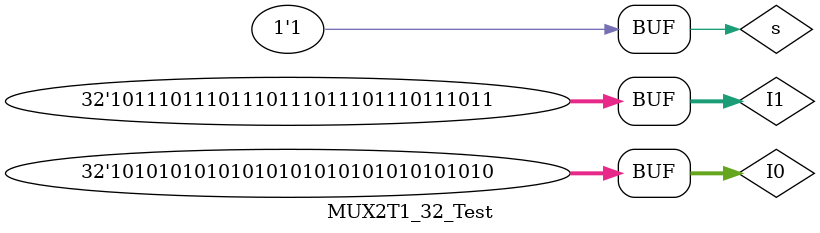
<source format=v>
`timescale 1ns / 1ps


module MUX2T1_32_Test;

	// Inputs
	reg [31:0] I0;
	reg [31:0] I1;
	reg s;

	// Outputs
	wire [31:0] o;

	// Instantiate the Unit Under Test (UUT)
	MUX2T1_32 uut (
		.I0(I0), 
		.I1(I1), 
		.s(s), 
		.o(o)
	);

	initial begin
		// Initialize Inputs
		I0 = 32'hAAAAAAAA;
		I1 = 32'hBBBBBBBB;
		s = 0;
		#100;
		s = 1;
	end

      
endmodule


</source>
